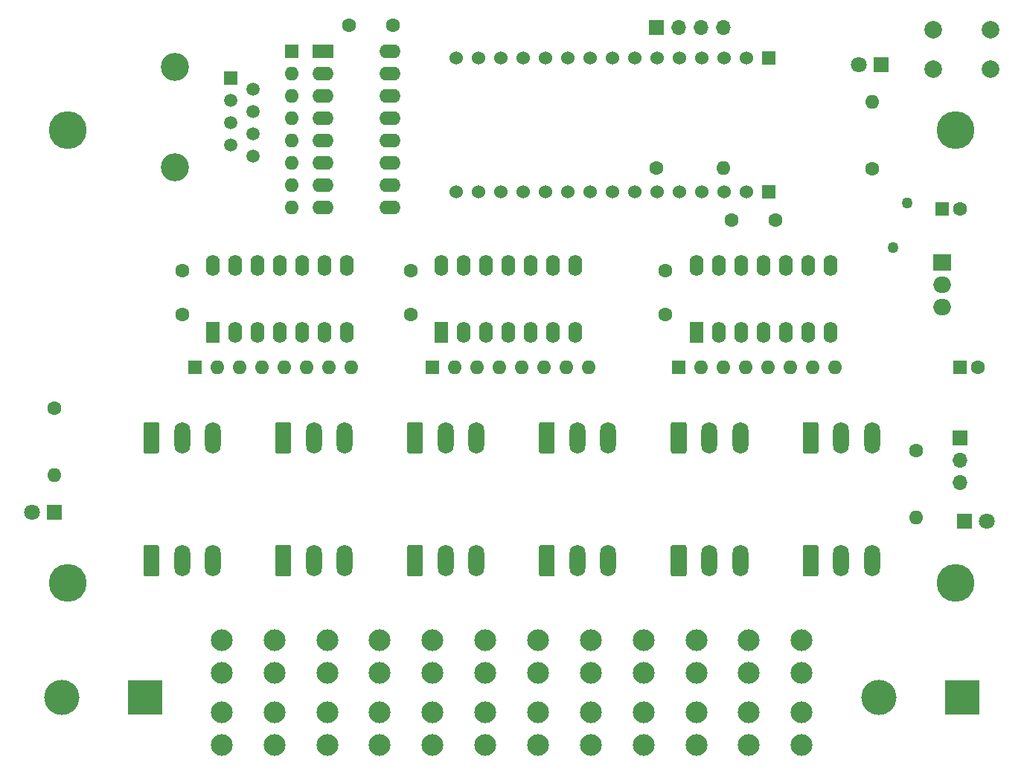
<source format=gbr>
%TF.GenerationSoftware,KiCad,Pcbnew,(5.1.9)-1*%
%TF.CreationDate,2021-02-01T23:54:36-05:00*%
%TF.ProjectId,Smart_Reciever_Max,536d6172-745f-4526-9563-69657665725f,v1*%
%TF.SameCoordinates,Original*%
%TF.FileFunction,Soldermask,Top*%
%TF.FilePolarity,Negative*%
%FSLAX46Y46*%
G04 Gerber Fmt 4.6, Leading zero omitted, Abs format (unit mm)*
G04 Created by KiCad (PCBNEW (5.1.9)-1) date 2021-02-01 23:54:36*
%MOMM*%
%LPD*%
G01*
G04 APERTURE LIST*
%ADD10C,2.000000*%
%ADD11O,1.600000X1.600000*%
%ADD12C,1.600000*%
%ADD13O,1.700000X1.700000*%
%ADD14R,1.700000X1.700000*%
%ADD15C,1.530000*%
%ADD16R,1.530000X1.530000*%
%ADD17C,4.300000*%
%ADD18C,4.000000*%
%ADD19R,4.000000X4.000000*%
%ADD20O,1.800000X3.600000*%
%ADD21O,1.600000X2.400000*%
%ADD22R,1.600000X2.400000*%
%ADD23O,2.400000X1.600000*%
%ADD24R,2.400000X1.600000*%
%ADD25R,1.600000X1.600000*%
%ADD26C,1.270000*%
%ADD27C,1.800000*%
%ADD28R,1.800000X1.800000*%
%ADD29O,2.000000X1.905000*%
%ADD30R,2.000000X1.905000*%
%ADD31C,1.500000*%
%ADD32R,1.500000X1.500000*%
%ADD33C,3.200000*%
%ADD34C,2.475000*%
G04 APERTURE END LIST*
D10*
%TO.C,SW1*%
X211500000Y-71500000D03*
X211500000Y-76000000D03*
X205000000Y-71500000D03*
X205000000Y-76000000D03*
%TD*%
D11*
%TO.C,R4*%
X181120000Y-87250000D03*
D12*
X173500000Y-87250000D03*
%TD*%
D13*
%TO.C,J17*%
X181120000Y-71250000D03*
X178580000Y-71250000D03*
X176040000Y-71250000D03*
D14*
X173500000Y-71250000D03*
%TD*%
D15*
%TO.C,A1*%
X150720000Y-90000000D03*
X150720000Y-74760000D03*
X153260000Y-90000000D03*
X153260000Y-74760000D03*
X155800000Y-90000000D03*
X155800000Y-74760000D03*
X158340000Y-90000000D03*
X158340000Y-74760000D03*
X160880000Y-90000000D03*
X160880000Y-74760000D03*
X163420000Y-90000000D03*
X163420000Y-74760000D03*
X165960000Y-90000000D03*
X165960000Y-74760000D03*
X168500000Y-90000000D03*
X168500000Y-74760000D03*
X171040000Y-90000000D03*
X171040000Y-74760000D03*
X173580000Y-90000000D03*
X173580000Y-74760000D03*
X176120000Y-90000000D03*
X176120000Y-74760000D03*
X178660000Y-90000000D03*
X178660000Y-74760000D03*
X181200000Y-90000000D03*
X181200000Y-74760000D03*
X183740000Y-90000000D03*
X183740000Y-74760000D03*
D16*
X186280000Y-90000000D03*
X186280000Y-74760000D03*
%TD*%
D17*
%TO.C,H4*%
X207500000Y-83000000D03*
%TD*%
%TO.C,H3*%
X207500000Y-134500000D03*
%TD*%
%TO.C,H2*%
X106500000Y-83000000D03*
%TD*%
%TO.C,H1*%
X106500000Y-134500000D03*
%TD*%
D18*
%TO.C,J14*%
X198800000Y-147600000D03*
D19*
X208300000Y-147600000D03*
%TD*%
D18*
%TO.C,J13*%
X105800000Y-147600000D03*
D19*
X115300000Y-147600000D03*
%TD*%
D12*
%TO.C,C7*%
X174500000Y-104000000D03*
X174500000Y-99000000D03*
%TD*%
D20*
%TO.C,J7*%
X168000000Y-118000000D03*
X164500000Y-118000000D03*
G36*
G01*
X160100000Y-119550000D02*
X160100000Y-116450000D01*
G75*
G02*
X160350000Y-116200000I250000J0D01*
G01*
X161650000Y-116200000D01*
G75*
G02*
X161900000Y-116450000I0J-250000D01*
G01*
X161900000Y-119550000D01*
G75*
G02*
X161650000Y-119800000I-250000J0D01*
G01*
X160350000Y-119800000D01*
G75*
G02*
X160100000Y-119550000I0J250000D01*
G01*
G37*
%TD*%
D12*
%TO.C,C3*%
X187000000Y-93250000D03*
X182000000Y-93250000D03*
%TD*%
D21*
%TO.C,U5*%
X178000000Y-98380000D03*
X193240000Y-106000000D03*
X180540000Y-98380000D03*
X190700000Y-106000000D03*
X183080000Y-98380000D03*
X188160000Y-106000000D03*
X185620000Y-98380000D03*
X185620000Y-106000000D03*
X188160000Y-98380000D03*
X183080000Y-106000000D03*
X190700000Y-98380000D03*
X180540000Y-106000000D03*
X193240000Y-98380000D03*
D22*
X178000000Y-106000000D03*
%TD*%
D21*
%TO.C,U4*%
X149000000Y-98380000D03*
X164240000Y-106000000D03*
X151540000Y-98380000D03*
X161700000Y-106000000D03*
X154080000Y-98380000D03*
X159160000Y-106000000D03*
X156620000Y-98380000D03*
X156620000Y-106000000D03*
X159160000Y-98380000D03*
X154080000Y-106000000D03*
X161700000Y-98380000D03*
X151540000Y-106000000D03*
X164240000Y-98380000D03*
D22*
X149000000Y-106000000D03*
%TD*%
D21*
%TO.C,U3*%
X123000000Y-98380000D03*
X138240000Y-106000000D03*
X125540000Y-98380000D03*
X135700000Y-106000000D03*
X128080000Y-98380000D03*
X133160000Y-106000000D03*
X130620000Y-98380000D03*
X130620000Y-106000000D03*
X133160000Y-98380000D03*
X128080000Y-106000000D03*
X135700000Y-98380000D03*
X125540000Y-106000000D03*
X138240000Y-98380000D03*
D22*
X123000000Y-106000000D03*
%TD*%
D23*
%TO.C,U2*%
X143120000Y-74000000D03*
X135500000Y-91780000D03*
X143120000Y-76540000D03*
X135500000Y-89240000D03*
X143120000Y-79080000D03*
X135500000Y-86700000D03*
X143120000Y-81620000D03*
X135500000Y-84160000D03*
X143120000Y-84160000D03*
X135500000Y-81620000D03*
X143120000Y-86700000D03*
X135500000Y-79080000D03*
X143120000Y-89240000D03*
X135500000Y-76540000D03*
X143120000Y-91780000D03*
D24*
X135500000Y-74000000D03*
%TD*%
D11*
%TO.C,RN4*%
X132000000Y-91780000D03*
X132000000Y-89240000D03*
X132000000Y-86700000D03*
X132000000Y-84160000D03*
X132000000Y-81620000D03*
X132000000Y-79080000D03*
X132000000Y-76540000D03*
D25*
X132000000Y-74000000D03*
%TD*%
D11*
%TO.C,R3*%
X198000000Y-79780000D03*
D12*
X198000000Y-87400000D03*
%TD*%
D11*
%TO.C,R2*%
X203000000Y-127120000D03*
D12*
X203000000Y-119500000D03*
%TD*%
D11*
%TO.C,R1*%
X105000000Y-122220000D03*
D12*
X105000000Y-114600000D03*
%TD*%
D26*
%TO.C,F13*%
X202000000Y-91250000D03*
X200400000Y-96350000D03*
%TD*%
D27*
%TO.C,D3*%
X196460000Y-75500000D03*
D28*
X199000000Y-75500000D03*
%TD*%
D27*
%TO.C,D2*%
X211040000Y-127500000D03*
D28*
X208500000Y-127500000D03*
%TD*%
D27*
%TO.C,D1*%
X102460000Y-126500000D03*
D28*
X105000000Y-126500000D03*
%TD*%
D12*
%TO.C,C6*%
X145500000Y-104000000D03*
X145500000Y-99000000D03*
%TD*%
%TO.C,C5*%
X119500000Y-104000000D03*
X119500000Y-99000000D03*
%TD*%
%TO.C,C4*%
X138500000Y-71000000D03*
X143500000Y-71000000D03*
%TD*%
%TO.C,C2*%
X208000000Y-91900000D03*
D25*
X206000000Y-91900000D03*
%TD*%
D12*
%TO.C,C1*%
X210000000Y-110000000D03*
D25*
X208000000Y-110000000D03*
%TD*%
D29*
%TO.C,U1*%
X206000000Y-103080000D03*
X206000000Y-100540000D03*
D30*
X206000000Y-98000000D03*
%TD*%
D11*
%TO.C,RN3*%
X193780000Y-110000000D03*
X191240000Y-110000000D03*
X188700000Y-110000000D03*
X186160000Y-110000000D03*
X183620000Y-110000000D03*
X181080000Y-110000000D03*
X178540000Y-110000000D03*
D25*
X176000000Y-110000000D03*
%TD*%
D11*
%TO.C,RN2*%
X165780000Y-110000000D03*
X163240000Y-110000000D03*
X160700000Y-110000000D03*
X158160000Y-110000000D03*
X155620000Y-110000000D03*
X153080000Y-110000000D03*
X150540000Y-110000000D03*
D25*
X148000000Y-110000000D03*
%TD*%
D11*
%TO.C,RN1*%
X138780000Y-110000000D03*
X136240000Y-110000000D03*
X133700000Y-110000000D03*
X131160000Y-110000000D03*
X128620000Y-110000000D03*
X126080000Y-110000000D03*
X123540000Y-110000000D03*
D25*
X121000000Y-110000000D03*
%TD*%
D13*
%TO.C,J15*%
X208000000Y-123080000D03*
X208000000Y-120540000D03*
D14*
X208000000Y-118000000D03*
%TD*%
D31*
%TO.C,J16*%
X127540000Y-85890000D03*
X125000000Y-84620000D03*
X127540000Y-83350000D03*
X125000000Y-82080000D03*
X127540000Y-80810000D03*
X125000000Y-79540000D03*
X127540000Y-78270000D03*
D32*
X125000000Y-77000000D03*
D33*
X118650000Y-75730000D03*
X118650000Y-87160000D03*
%TD*%
D20*
%TO.C,J12*%
X198000000Y-132000000D03*
X194500000Y-132000000D03*
G36*
G01*
X190100000Y-133550000D02*
X190100000Y-130450000D01*
G75*
G02*
X190350000Y-130200000I250000J0D01*
G01*
X191650000Y-130200000D01*
G75*
G02*
X191900000Y-130450000I0J-250000D01*
G01*
X191900000Y-133550000D01*
G75*
G02*
X191650000Y-133800000I-250000J0D01*
G01*
X190350000Y-133800000D01*
G75*
G02*
X190100000Y-133550000I0J250000D01*
G01*
G37*
%TD*%
%TO.C,J11*%
X198000000Y-118000000D03*
X194500000Y-118000000D03*
G36*
G01*
X190100000Y-119550000D02*
X190100000Y-116450000D01*
G75*
G02*
X190350000Y-116200000I250000J0D01*
G01*
X191650000Y-116200000D01*
G75*
G02*
X191900000Y-116450000I0J-250000D01*
G01*
X191900000Y-119550000D01*
G75*
G02*
X191650000Y-119800000I-250000J0D01*
G01*
X190350000Y-119800000D01*
G75*
G02*
X190100000Y-119550000I0J250000D01*
G01*
G37*
%TD*%
%TO.C,J10*%
X183000000Y-132000000D03*
X179500000Y-132000000D03*
G36*
G01*
X175100000Y-133550000D02*
X175100000Y-130450000D01*
G75*
G02*
X175350000Y-130200000I250000J0D01*
G01*
X176650000Y-130200000D01*
G75*
G02*
X176900000Y-130450000I0J-250000D01*
G01*
X176900000Y-133550000D01*
G75*
G02*
X176650000Y-133800000I-250000J0D01*
G01*
X175350000Y-133800000D01*
G75*
G02*
X175100000Y-133550000I0J250000D01*
G01*
G37*
%TD*%
%TO.C,J9*%
X183000000Y-118000000D03*
X179500000Y-118000000D03*
G36*
G01*
X175100000Y-119550000D02*
X175100000Y-116450000D01*
G75*
G02*
X175350000Y-116200000I250000J0D01*
G01*
X176650000Y-116200000D01*
G75*
G02*
X176900000Y-116450000I0J-250000D01*
G01*
X176900000Y-119550000D01*
G75*
G02*
X176650000Y-119800000I-250000J0D01*
G01*
X175350000Y-119800000D01*
G75*
G02*
X175100000Y-119550000I0J250000D01*
G01*
G37*
%TD*%
%TO.C,J8*%
X168000000Y-132000000D03*
X164500000Y-132000000D03*
G36*
G01*
X160100000Y-133550000D02*
X160100000Y-130450000D01*
G75*
G02*
X160350000Y-130200000I250000J0D01*
G01*
X161650000Y-130200000D01*
G75*
G02*
X161900000Y-130450000I0J-250000D01*
G01*
X161900000Y-133550000D01*
G75*
G02*
X161650000Y-133800000I-250000J0D01*
G01*
X160350000Y-133800000D01*
G75*
G02*
X160100000Y-133550000I0J250000D01*
G01*
G37*
%TD*%
%TO.C,J6*%
X153000000Y-132000000D03*
X149500000Y-132000000D03*
G36*
G01*
X145100000Y-133550000D02*
X145100000Y-130450000D01*
G75*
G02*
X145350000Y-130200000I250000J0D01*
G01*
X146650000Y-130200000D01*
G75*
G02*
X146900000Y-130450000I0J-250000D01*
G01*
X146900000Y-133550000D01*
G75*
G02*
X146650000Y-133800000I-250000J0D01*
G01*
X145350000Y-133800000D01*
G75*
G02*
X145100000Y-133550000I0J250000D01*
G01*
G37*
%TD*%
%TO.C,J5*%
X153000000Y-118000000D03*
X149500000Y-118000000D03*
G36*
G01*
X145100000Y-119550000D02*
X145100000Y-116450000D01*
G75*
G02*
X145350000Y-116200000I250000J0D01*
G01*
X146650000Y-116200000D01*
G75*
G02*
X146900000Y-116450000I0J-250000D01*
G01*
X146900000Y-119550000D01*
G75*
G02*
X146650000Y-119800000I-250000J0D01*
G01*
X145350000Y-119800000D01*
G75*
G02*
X145100000Y-119550000I0J250000D01*
G01*
G37*
%TD*%
%TO.C,J4*%
X138000000Y-132000000D03*
X134500000Y-132000000D03*
G36*
G01*
X130100000Y-133550000D02*
X130100000Y-130450000D01*
G75*
G02*
X130350000Y-130200000I250000J0D01*
G01*
X131650000Y-130200000D01*
G75*
G02*
X131900000Y-130450000I0J-250000D01*
G01*
X131900000Y-133550000D01*
G75*
G02*
X131650000Y-133800000I-250000J0D01*
G01*
X130350000Y-133800000D01*
G75*
G02*
X130100000Y-133550000I0J250000D01*
G01*
G37*
%TD*%
%TO.C,J3*%
X138000000Y-118000000D03*
X134500000Y-118000000D03*
G36*
G01*
X130100000Y-119550000D02*
X130100000Y-116450000D01*
G75*
G02*
X130350000Y-116200000I250000J0D01*
G01*
X131650000Y-116200000D01*
G75*
G02*
X131900000Y-116450000I0J-250000D01*
G01*
X131900000Y-119550000D01*
G75*
G02*
X131650000Y-119800000I-250000J0D01*
G01*
X130350000Y-119800000D01*
G75*
G02*
X130100000Y-119550000I0J250000D01*
G01*
G37*
%TD*%
%TO.C,J2*%
X123000000Y-132000000D03*
X119500000Y-132000000D03*
G36*
G01*
X115100000Y-133550000D02*
X115100000Y-130450000D01*
G75*
G02*
X115350000Y-130200000I250000J0D01*
G01*
X116650000Y-130200000D01*
G75*
G02*
X116900000Y-130450000I0J-250000D01*
G01*
X116900000Y-133550000D01*
G75*
G02*
X116650000Y-133800000I-250000J0D01*
G01*
X115350000Y-133800000D01*
G75*
G02*
X115100000Y-133550000I0J250000D01*
G01*
G37*
%TD*%
%TO.C,J1*%
X123000000Y-118000000D03*
X119500000Y-118000000D03*
G36*
G01*
X115100000Y-119550000D02*
X115100000Y-116450000D01*
G75*
G02*
X115350000Y-116200000I250000J0D01*
G01*
X116650000Y-116200000D01*
G75*
G02*
X116900000Y-116450000I0J-250000D01*
G01*
X116900000Y-119550000D01*
G75*
G02*
X116650000Y-119800000I-250000J0D01*
G01*
X115350000Y-119800000D01*
G75*
G02*
X115100000Y-119550000I0J250000D01*
G01*
G37*
%TD*%
D34*
%TO.C,F12*%
X190000000Y-141050000D03*
X190000000Y-152950000D03*
X190000000Y-144750000D03*
X190000000Y-149250000D03*
%TD*%
%TO.C,F11*%
X184000000Y-141050000D03*
X184000000Y-152950000D03*
X184000000Y-144750000D03*
X184000000Y-149250000D03*
%TD*%
%TO.C,F10*%
X178000000Y-141050000D03*
X178000000Y-152950000D03*
X178000000Y-144750000D03*
X178000000Y-149250000D03*
%TD*%
%TO.C,F9*%
X172000000Y-141050000D03*
X172000000Y-152950000D03*
X172000000Y-144750000D03*
X172000000Y-149250000D03*
%TD*%
%TO.C,F8*%
X166000000Y-141050000D03*
X166000000Y-152950000D03*
X166000000Y-144750000D03*
X166000000Y-149250000D03*
%TD*%
%TO.C,F7*%
X160000000Y-141050000D03*
X160000000Y-152950000D03*
X160000000Y-144750000D03*
X160000000Y-149250000D03*
%TD*%
%TO.C,F6*%
X154000000Y-141050000D03*
X154000000Y-152950000D03*
X154000000Y-144750000D03*
X154000000Y-149250000D03*
%TD*%
%TO.C,F5*%
X148000000Y-141050000D03*
X148000000Y-152950000D03*
X148000000Y-144750000D03*
X148000000Y-149250000D03*
%TD*%
%TO.C,F4*%
X142000000Y-141050000D03*
X142000000Y-152950000D03*
X142000000Y-144750000D03*
X142000000Y-149250000D03*
%TD*%
%TO.C,F3*%
X136000000Y-141050000D03*
X136000000Y-152950000D03*
X136000000Y-144750000D03*
X136000000Y-149250000D03*
%TD*%
%TO.C,F2*%
X130000000Y-141050000D03*
X130000000Y-152950000D03*
X130000000Y-144750000D03*
X130000000Y-149250000D03*
%TD*%
%TO.C,F1*%
X124000000Y-141050000D03*
X124000000Y-152950000D03*
X124000000Y-144750000D03*
X124000000Y-149250000D03*
%TD*%
M02*

</source>
